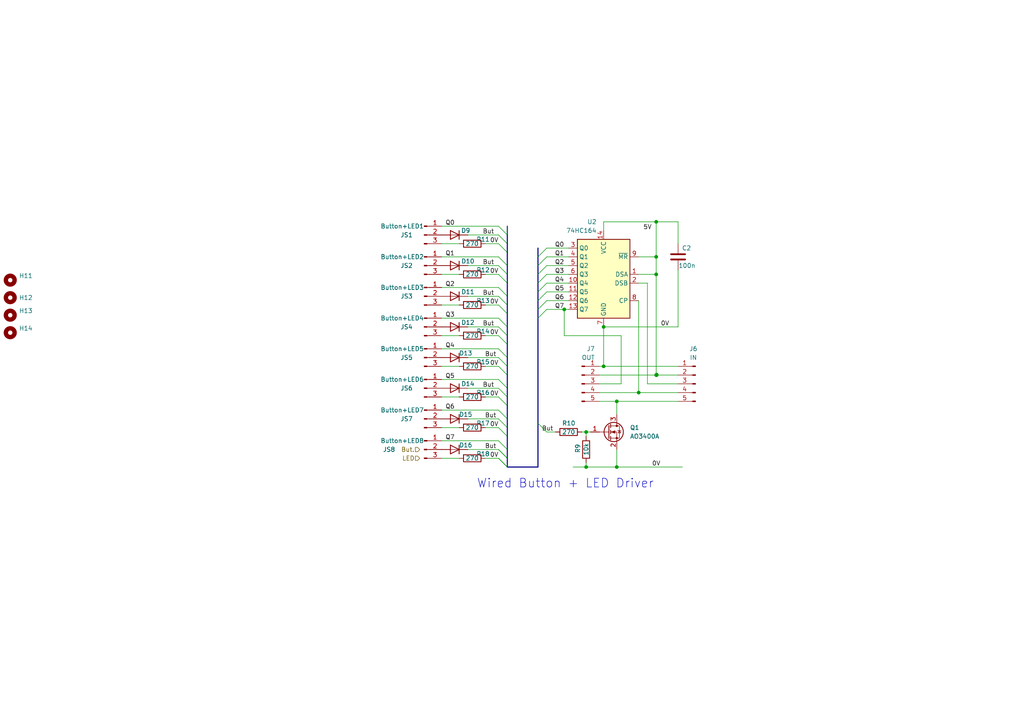
<source format=kicad_sch>
(kicad_sch (version 20211123) (generator eeschema)
  (paper "A4")
  (lib_symbols
    (symbol "74xx:74HC164"
      (property "Reference" "U" (at 1.905 -13.97 0))
      (property "Value" "74HC164" (at 1.905 -16.51 0))
      (symbol "74HC164_0_1"
        (rectangle (start 7.62 10.16) (end -7.62 -12.7) (stroke (width 0.254)) (fill (type background)))
      )
      (symbol "74HC164_1_1"
        (pin input line (at -10.16 0 0) (length 2.54) (name "DSA") (number "1"))
        (pin output line (at 10.16 -2.54 180) (length 2.54) (name "Q4") (number "10"))
        (pin output line (at 10.16 -5.08 180) (length 2.54) (name "Q5") (number "11"))
        (pin output line (at 10.16 -7.62 180) (length 2.54) (name "Q6") (number "12"))
        (pin output line (at 10.16 -10.16 180) (length 2.54) (name "Q7") (number "13"))
        (pin power_in line (at 0 12.7 270) (length 2.54) (name "VCC") (number "14"))
        (pin input line (at -10.16 -2.54 0) (length 2.54) (name "DSB") (number "2"))
        (pin output line (at 10.16 7.62 180) (length 2.54) (name "Q0") (number "3"))
        (pin output line (at 10.16 5.08 180) (length 2.54) (name "Q1") (number "4"))
        (pin output line (at 10.16 2.54 180) (length 2.54) (name "Q2") (number "5"))
        (pin output line (at 10.16 0 180) (length 2.54) (name "Q3") (number "6"))
        (pin power_in line (at 0 -15.24 90) (length 2.54) (name "GND") (number "7"))
        (pin input line (at -10.16 -7.62 0) (length 2.54) (name "CP") (number "8"))
        (pin input line (at -10.16 5.08 0) (length 2.54) (name "~{MR}") (number "9"))
      )
    )
    (symbol "Connector:Conn_01x03_Male" (pin_names (offset 1.016) hide)
      (property "Reference" "J" (at 0 5.08 0))
      (property "Value" "Conn_01x03_Male" (at 0 -5.08 0))
      (symbol "Conn_01x03_Male_1_1"
        (polyline (pts (xy 1.27 -2.54) (xy 0.8636 -2.54)) (stroke (width 0.1524)))
        (polyline (pts (xy 1.27 0) (xy 0.8636 0)) (stroke (width 0.1524)))
        (polyline (pts (xy 1.27 2.54) (xy 0.8636 2.54)) (stroke (width 0.1524)))
        (rectangle (start 0.8636 -2.413) (end 0 -2.667) (stroke (width 0.1524)) (fill (type outline)))
        (rectangle (start 0.8636 0.127) (end 0 -0.127) (stroke (width 0.1524)) (fill (type outline)))
        (rectangle (start 0.8636 2.667) (end 0 2.413) (stroke (width 0.1524)) (fill (type outline)))
        (pin passive line (at 5.08 2.54 180) (length 3.81) (name "Pin_1") (number "1"))
        (pin passive line (at 5.08 0 180) (length 3.81) (name "Pin_2") (number "2"))
        (pin passive line (at 5.08 -2.54 180) (length 3.81) (name "Pin_3") (number "3"))
      )
    )
    (symbol "Connector:Conn_01x05_Male" (pin_names (offset 1.016) hide)
      (property "Reference" "J" (at 0 7.62 0))
      (property "Value" "Conn_01x05_Male" (at 0 -7.62 0))
      (symbol "Conn_01x05_Male_1_1"
        (polyline (pts (xy 1.27 -5.08) (xy 0.8636 -5.08)) (stroke (width 0.1524)))
        (polyline (pts (xy 1.27 -2.54) (xy 0.8636 -2.54)) (stroke (width 0.1524)))
        (polyline (pts (xy 1.27 0) (xy 0.8636 0)) (stroke (width 0.1524)))
        (polyline (pts (xy 1.27 2.54) (xy 0.8636 2.54)) (stroke (width 0.1524)))
        (polyline (pts (xy 1.27 5.08) (xy 0.8636 5.08)) (stroke (width 0.1524)))
        (rectangle (start 0.8636 -4.953) (end 0 -5.207) (stroke (width 0.1524)) (fill (type outline)))
        (rectangle (start 0.8636 -2.413) (end 0 -2.667) (stroke (width 0.1524)) (fill (type outline)))
        (rectangle (start 0.8636 0.127) (end 0 -0.127) (stroke (width 0.1524)) (fill (type outline)))
        (rectangle (start 0.8636 2.667) (end 0 2.413) (stroke (width 0.1524)) (fill (type outline)))
        (rectangle (start 0.8636 5.207) (end 0 4.953) (stroke (width 0.1524)) (fill (type outline)))
        (pin passive line (at 5.08 5.08 180) (length 3.81) (name "Pin_1") (number "1"))
        (pin passive line (at 5.08 2.54 180) (length 3.81) (name "Pin_2") (number "2"))
        (pin passive line (at 5.08 0 180) (length 3.81) (name "Pin_3") (number "3"))
        (pin passive line (at 5.08 -2.54 180) (length 3.81) (name "Pin_4") (number "4"))
        (pin passive line (at 5.08 -5.08 180) (length 3.81) (name "Pin_5") (number "5"))
      )
    )
    (symbol "Device:C" (pin_numbers hide) (pin_names (offset 0.254))
      (property "Reference" "C" (at 0.635 2.54 0))
      (property "Value" "C" (at 0.635 -2.54 0))
      (symbol "C_0_1"
        (polyline (pts (xy -2.032 -0.762) (xy 2.032 -0.762)) (stroke (width 0.508)))
        (polyline (pts (xy -2.032 0.762) (xy 2.032 0.762)) (stroke (width 0.508)))
      )
      (symbol "C_1_1"
        (pin passive line (at 0 3.81 270) (length 2.794) (name "~") (number "1"))
        (pin passive line (at 0 -3.81 90) (length 2.794) (name "~") (number "2"))
      )
    )
    (symbol "Device:D" (pin_numbers hide) (pin_names (offset 1.016) hide)
      (property "Reference" "D" (at 0 2.54 0))
      (property "Value" "D" (at 0 -2.54 0))
      (symbol "D_0_1"
        (polyline (pts (xy -1.27 1.27) (xy -1.27 -1.27)) (stroke (width 0.254)))
        (polyline (pts (xy 1.27 0) (xy -1.27 0)))
        (polyline (pts (xy 1.27 1.27) (xy 1.27 -1.27) (xy -1.27 0) (xy 1.27 1.27)) (stroke (width 0.254)))
      )
      (symbol "D_1_1"
        (pin passive line (at -3.81 0 0) (length 2.54) (name "K") (number "1"))
        (pin passive line (at 3.81 0 180) (length 2.54) (name "A") (number "2"))
      )
    )
    (symbol "Device:R" (pin_numbers hide) (pin_names (offset 0))
      (property "Reference" "R" (at 2.032 0 90))
      (property "Value" "R" (at 0 0 90))
      (symbol "R_0_1"
        (rectangle (start -1.016 -2.54) (end 1.016 2.54) (stroke (width 0.254)))
      )
      (symbol "R_1_1"
        (pin passive line (at 0 3.81 270) (length 1.27) (name "~") (number "1"))
        (pin passive line (at 0 -3.81 90) (length 1.27) (name "~") (number "2"))
      )
    )
    (symbol "Mechanical:MountingHole" (pin_names (offset 1.016))
      (property "Reference" "H" (at 0 5.08 0))
      (property "Value" "MountingHole" (at 0 3.175 0))
      (symbol "MountingHole_0_1"
        (circle (center 0 0) (radius 1.27) (stroke (width 1.27)))
      )
    )
    (symbol "Transistor_FET:AO3400A" (pin_names hide)
      (property "Reference" "Q" (at 5.08 1.905 0))
      (property "Value" "AO3400A" (at 5.08 0 0))
      (symbol "AO3400A_0_1"
        (polyline (pts (xy 0.254 0) (xy -2.54 0)))
        (polyline (pts (xy 0.254 1.905) (xy 0.254 -1.905)) (stroke (width 0.254)))
        (polyline (pts (xy 0.762 -1.27) (xy 0.762 -2.286)) (stroke (width 0.254)))
        (polyline (pts (xy 0.762 0.508) (xy 0.762 -0.508)) (stroke (width 0.254)))
        (polyline (pts (xy 0.762 2.286) (xy 0.762 1.27)) (stroke (width 0.254)))
        (polyline (pts (xy 2.54 2.54) (xy 2.54 1.778)))
        (polyline (pts (xy 2.54 -2.54) (xy 2.54 0) (xy 0.762 0)))
        (polyline (pts (xy 0.762 -1.778) (xy 3.302 -1.778) (xy 3.302 1.778) (xy 0.762 1.778)))
        (polyline (pts (xy 1.016 0) (xy 2.032 0.381) (xy 2.032 -0.381) (xy 1.016 0)) (fill (type outline)))
        (polyline (pts (xy 2.794 0.508) (xy 2.921 0.381) (xy 3.683 0.381) (xy 3.81 0.254)))
        (polyline (pts (xy 3.302 0.381) (xy 2.921 -0.254) (xy 3.683 -0.254) (xy 3.302 0.381)))
        (circle (center 1.651 0) (radius 2.794) (stroke (width 0.254)))
        (circle (center 2.54 -1.778) (radius 0.254) (fill (type outline)))
        (circle (center 2.54 1.778) (radius 0.254) (fill (type outline)))
      )
      (symbol "AO3400A_1_1"
        (pin input line (at -5.08 0 0) (length 2.54) (name "G") (number "1"))
        (pin passive line (at 2.54 -5.08 90) (length 2.54) (name "S") (number "2"))
        (pin passive line (at 2.54 5.08 270) (length 2.54) (name "D") (number "3"))
      )
    )
  )
  (junction (at 190.3222 79.5782))
  (junction (at 178.8922 116.4082))
  (junction (at 163.6522 89.7382))
  (junction (at 175.0822 94.8182))
  (junction (at 190.3222 108.7882))
  (junction (at 178.8922 135.4582))
  (junction (at 190.4492 108.7882))
  (junction (at 190.3222 74.4982))
  (junction (at 190.3222 64.3382))
  (junction (at 170.0022 135.4582))
  (junction (at 190.4492 108.6612))
  (junction (at 170.0022 125.2982))
  (junction (at 185.2422 113.8682))
  (junction (at 175.0822 106.2482))
  (bus_entry (at 147.1422 97.3582) (size -2.54 -2.54))
  (bus_entry (at 147.1422 135.4582) (size -2.54 -2.54))
  (bus_entry (at 147.1422 73.2282) (size -2.54 -2.54))
  (bus_entry (at 147.1422 112.5982) (size -2.54 -2.54))
  (bus_entry (at 158.5722 71.9582) (size -2.54 2.54))
  (bus_entry (at 147.1422 115.1382) (size -2.54 -2.54))
  (bus_entry (at 158.5722 79.5782) (size -2.54 2.54))
  (bus_entry (at 147.1422 106.2482) (size -2.54 -2.54))
  (bus_entry (at 147.1422 79.5782) (size -2.54 -2.54))
  (bus_entry (at 147.1422 103.7082) (size -2.54 -2.54))
  (bus_entry (at 147.1422 85.9282) (size -2.54 -2.54))
  (bus_entry (at 147.1422 130.3782) (size -2.54 -2.54))
  (bus_entry (at 158.5722 77.0382) (size -2.54 2.54))
  (bus_entry (at 147.1422 94.8182) (size -2.54 -2.54))
  (bus_entry (at 147.1422 124.0282) (size -2.54 -2.54))
  (bus_entry (at 147.1422 88.4682) (size -2.54 -2.54))
  (bus_entry (at 158.5722 87.1982) (size -2.54 2.54))
  (bus_entry (at 158.5722 125.2982) (size -2.54 -2.54))
  (bus_entry (at 158.5722 84.6582) (size -2.54 2.54))
  (bus_entry (at 147.1422 117.6782) (size -2.54 -2.54))
  (bus_entry (at 147.1422 77.0382) (size -2.54 -2.54))
  (bus_entry (at 158.5722 82.1182) (size -2.54 2.54))
  (bus_entry (at 147.1422 121.4882) (size -2.54 -2.54))
  (bus_entry (at 147.1422 68.1482) (size -2.54 -2.54))
  (bus_entry (at 158.5722 89.7382) (size -2.54 2.54))
  (bus_entry (at 147.1422 132.9182) (size -2.54 -2.54))
  (bus_entry (at 147.1422 70.6882) (size -2.54 -2.54))
  (bus_entry (at 147.1422 135.4582) (size -2.54 -2.54))
  (bus_entry (at 158.5722 74.4982) (size -2.54 2.54))
  (bus_entry (at 147.1422 99.8982) (size -2.54 -2.54))
  (bus_entry (at 147.1422 132.9182) (size -2.54 -2.54))
  (bus_entry (at 147.1422 126.5682) (size -2.54 -2.54))
  (bus_entry (at 147.1422 91.0082) (size -2.54 -2.54))
  (bus_entry (at 147.1422 108.7882) (size -2.54 -2.54))
  (bus_entry (at 147.1422 82.1182) (size -2.54 -2.54))
  (bus (pts (xy 147.1422 135.4582) (xy 156.0322 135.4582)))
  (wire (pts (xy 133.1722 97.3582) (xy 128.0922 97.3582)))
  (wire (pts (xy 171.2722 125.2982) (xy 170.0022 125.2982)))
  (bus (pts (xy 147.1422 121.4882) (xy 147.1422 124.0282)))
  (wire (pts (xy 187.7822 111.3282) (xy 196.6722 111.3282)))
  (wire (pts (xy 133.1722 88.4682) (xy 128.0922 88.4682)))
  (wire (pts (xy 187.7822 82.1182) (xy 187.7822 111.3282)))
  (wire (pts (xy 190.3222 108.7882) (xy 173.8122 108.7882)))
  (wire (pts (xy 163.6522 97.3582) (xy 180.1622 97.3582)))
  (wire (pts (xy 170.0022 125.2982) (xy 168.7322 125.2982)))
  (bus (pts (xy 147.1422 68.1482) (xy 147.1422 70.6882)))
  (wire (pts (xy 144.6022 103.7082) (xy 135.7122 103.7082)))
  (wire (pts (xy 178.8922 116.4082) (xy 173.8122 116.4082)))
  (wire (pts (xy 144.6022 92.2782) (xy 128.0922 92.2782)))
  (bus (pts (xy 147.1422 132.9182) (xy 147.1422 135.4582)))
  (bus (pts (xy 147.1422 97.3582) (xy 147.1422 99.8982)))
  (bus (pts (xy 147.1422 85.9282) (xy 147.1422 88.4682)))
  (wire (pts (xy 161.1122 125.2982) (xy 158.5722 125.2982)))
  (wire (pts (xy 144.6022 85.9282) (xy 135.7122 85.9282)))
  (wire (pts (xy 144.6022 70.6882) (xy 140.7922 70.6882)))
  (bus (pts (xy 156.0322 122.7582) (xy 156.0322 92.2782)))
  (bus (pts (xy 147.1422 112.5982) (xy 147.1422 115.1382)))
  (wire (pts (xy 133.1722 79.5782) (xy 128.0922 79.5782)))
  (wire (pts (xy 144.6022 97.3582) (xy 140.7922 97.3582)))
  (wire (pts (xy 144.6022 106.2482) (xy 140.7922 106.2482)))
  (wire (pts (xy 190.4492 108.7882) (xy 190.3222 108.7882)))
  (wire (pts (xy 190.3222 74.4982) (xy 185.2422 74.4982)))
  (wire (pts (xy 190.3222 64.3382) (xy 175.0822 64.3382)))
  (wire (pts (xy 175.0822 106.2482) (xy 173.8122 106.2482)))
  (wire (pts (xy 133.1722 70.6882) (xy 128.0922 70.6882)))
  (bus (pts (xy 147.1422 124.0282) (xy 147.1422 126.5682)))
  (wire (pts (xy 196.6722 64.3382) (xy 190.3222 64.3382)))
  (wire (pts (xy 196.6722 94.8182) (xy 196.6722 78.3082)))
  (wire (pts (xy 133.1722 115.1382) (xy 128.0922 115.1382)))
  (wire (pts (xy 147.1422 65.6082) (xy 147.1422 68.1482)))
  (wire (pts (xy 196.6722 106.2482) (xy 175.0822 106.2482)))
  (bus (pts (xy 147.1422 79.5782) (xy 147.1422 82.1182)))
  (wire (pts (xy 180.1622 111.3282) (xy 173.8122 111.3282)))
  (wire (pts (xy 190.3222 74.4982) (xy 190.3222 64.3382)))
  (bus (pts (xy 147.1422 82.1182) (xy 147.1422 85.9282)))
  (wire (pts (xy 187.7822 82.1182) (xy 185.2422 82.1182)))
  (wire (pts (xy 133.1722 132.9182) (xy 128.0922 132.9182)))
  (bus (pts (xy 156.0322 87.1982) (xy 156.0322 89.7382)))
  (wire (pts (xy 144.6022 101.1682) (xy 128.0922 101.1682)))
  (wire (pts (xy 144.6022 127.8382) (xy 128.0922 127.8382)))
  (bus (pts (xy 147.1422 130.3782) (xy 147.1422 132.9182)))
  (bus (pts (xy 147.1422 65.6082) (xy 147.1422 68.1482)))
  (wire (pts (xy 144.6022 130.3782) (xy 135.7122 130.3782)))
  (wire (pts (xy 185.2422 113.8682) (xy 173.8122 113.8682)))
  (bus (pts (xy 156.0322 79.5782) (xy 156.0322 82.1182)))
  (wire (pts (xy 144.6022 68.1482) (xy 135.7122 68.1482)))
  (bus (pts (xy 147.1422 88.4682) (xy 147.1422 91.0082)))
  (wire (pts (xy 170.0022 125.2982) (xy 170.0022 126.5682)))
  (wire (pts (xy 144.6022 94.8182) (xy 135.7122 94.8182)))
  (wire (pts (xy 144.6022 79.5782) (xy 140.7922 79.5782)))
  (wire (pts (xy 144.6022 124.0282) (xy 140.7922 124.0282)))
  (bus (pts (xy 147.1422 99.8982) (xy 147.1422 103.7082)))
  (wire (pts (xy 144.6022 83.3882) (xy 128.0922 83.3882)))
  (bus (pts (xy 156.0322 84.6582) (xy 156.0322 87.1982)))
  (wire (pts (xy 175.0822 94.8182) (xy 175.0822 106.2482)))
  (wire (pts (xy 190.3222 79.5782) (xy 190.3222 74.4982)))
  (wire (pts (xy 144.6022 65.6082) (xy 128.0922 65.6082)))
  (wire (pts (xy 164.9222 89.7382) (xy 163.6522 89.7382)))
  (wire (pts (xy 178.8922 130.3782) (xy 178.8922 135.4582)))
  (wire (pts (xy 144.6022 110.0582) (xy 128.0922 110.0582)))
  (bus (pts (xy 147.1422 94.8182) (xy 147.1422 97.3582)))
  (bus (pts (xy 147.1422 91.0082) (xy 147.1422 94.8182)))
  (bus (pts (xy 147.1422 103.7082) (xy 147.1422 106.2482)))
  (wire (pts (xy 196.6722 116.4082) (xy 178.8922 116.4082)))
  (wire (pts (xy 175.0822 66.8782) (xy 175.0822 64.3382)))
  (bus (pts (xy 147.1422 108.7882) (xy 147.1422 112.5982)))
  (wire (pts (xy 178.8922 135.4582) (xy 170.0022 135.4582)))
  (bus (pts (xy 156.0322 71.9582) (xy 156.0322 74.4982)))
  (wire (pts (xy 190.3222 79.5782) (xy 190.3222 108.7882)))
  (bus (pts (xy 147.1422 73.2282) (xy 147.1422 77.0382)))
  (wire (pts (xy 144.6022 121.4882) (xy 135.7122 121.4882)))
  (wire (pts (xy 144.6022 112.5982) (xy 135.7122 112.5982)))
  (bus (pts (xy 156.0322 89.7382) (xy 156.0322 92.2782)))
  (wire (pts (xy 144.6022 118.9482) (xy 128.0922 118.9482)))
  (wire (pts (xy 196.6722 70.6882) (xy 196.6722 64.3382)))
  (wire (pts (xy 178.8922 120.2182) (xy 178.8922 116.4082)))
  (wire (pts (xy 185.2422 87.1982) (xy 185.2422 113.8682)))
  (wire (pts (xy 196.6722 108.7882) (xy 190.4492 108.7882)))
  (wire (pts (xy 163.6522 89.7382) (xy 163.6522 97.3582)))
  (wire (pts (xy 144.6022 115.1382) (xy 140.7922 115.1382)))
  (wire (pts (xy 197.9422 135.4582) (xy 178.8922 135.4582)))
  (wire (pts (xy 164.9222 84.6582) (xy 158.5722 84.6582)))
  (wire (pts (xy 164.9222 77.0382) (xy 158.5722 77.0382)))
  (wire (pts (xy 133.1722 106.2482) (xy 128.0922 106.2482)))
  (bus (pts (xy 147.1422 70.6882) (xy 147.1422 73.2282)))
  (bus (pts (xy 147.1422 117.6782) (xy 147.1422 121.4882)))
  (wire (pts (xy 180.1622 97.3582) (xy 180.1622 111.3282)))
  (bus (pts (xy 147.1422 115.1382) (xy 147.1422 117.6782)))
  (wire (pts (xy 144.6022 88.4682) (xy 140.7922 88.4682)))
  (bus (pts (xy 147.1422 106.2482) (xy 147.1422 108.7882)))
  (wire (pts (xy 144.6022 132.9182) (xy 140.7922 132.9182)))
  (wire (pts (xy 190.4492 108.7882) (xy 190.4492 108.6612)))
  (bus (pts (xy 156.0322 122.7582) (xy 156.0322 135.4582)))
  (bus (pts (xy 156.0322 77.0382) (xy 156.0322 79.5782)))
  (wire (pts (xy 164.9222 74.4982) (xy 158.5722 74.4982)))
  (wire (pts (xy 164.9222 71.9582) (xy 158.5722 71.9582)))
  (wire (pts (xy 133.1722 124.0282) (xy 128.0922 124.0282)))
  (wire (pts (xy 175.0822 94.8182) (xy 196.6722 94.8182)))
  (wire (pts (xy 164.9222 87.1982) (xy 158.5722 87.1982)))
  (wire (pts (xy 190.3222 79.5782) (xy 185.2422 79.5782)))
  (bus (pts (xy 156.0322 74.4982) (xy 156.0322 77.0382)))
  (bus (pts (xy 147.1422 77.0382) (xy 147.1422 79.5782)))
  (wire (pts (xy 170.0022 134.1882) (xy 170.0022 135.4582)))
  (bus (pts (xy 147.1422 126.5682) (xy 147.1422 130.3782)))
  (wire (pts (xy 164.9222 82.1182) (xy 158.5722 82.1182)))
  (wire (pts (xy 163.6522 89.7382) (xy 158.5722 89.7382)))
  (wire (pts (xy 170.0022 135.4582) (xy 166.1922 135.4582)))
  (wire (pts (xy 144.6022 77.0382) (xy 135.7122 77.0382)))
  (wire (pts (xy 144.6022 74.4982) (xy 128.0922 74.4982)))
  (wire (pts (xy 164.9222 79.5782) (xy 158.5722 79.5782)))
  (bus (pts (xy 156.0322 82.1182) (xy 156.0322 84.6582)))
  (wire (pts (xy 196.6722 113.8682) (xy 185.2422 113.8682)))
  (text "Wired Button + LED Driver" (at 138.2522 141.8082 0) (effects (font (size 2.54 2.54)) (justify left bottom)))
  (label "Q2" (at 131.9022 83.3882 180))
  (label "But" (at 143.9672 103.7082 180))
  (label "But" (at 143.9672 130.3782 180))
  (label "Q5" (at 163.6522 84.6582 180))
  (label "0V" (at 144.6022 79.5782 180))
  (label "0V" (at 144.6022 106.2482 180))
  (label "0V" (at 144.6022 70.6882 180))
  (label "Q1" (at 163.6522 74.4982 180))
  (label "0V" (at 194.1322 94.8182 180))
  (label "But" (at 143.3322 94.8182 180))
  (label "But" (at 143.3322 77.0382 180))
  (label "0V" (at 144.6022 132.9182 180))
  (label "But" (at 160.4772 125.2982 180))
  (label "Q1" (at 131.9022 74.4982 180))
  (label "But" (at 143.3322 68.1482 180))
  (label "0V" (at 191.5922 135.4582 180))
  (label "0V" (at 144.6022 124.0282 180))
  (label "0V" (at 144.6022 97.3582 180))
  (label "Q7" (at 163.6522 89.7382 180))
  (label "But" (at 143.9672 121.4882 180))
  (label "Q6" (at 131.9022 118.9482 180))
  (label "Q5" (at 131.9022 110.0582 180))
  (label "Q7" (at 131.9022 127.8382 180))
  (label "But" (at 143.3322 112.5982 180))
  (label "Q2" (at 163.6522 77.0382 180))
  (label "Q3" (at 131.9022 92.2782 180))
  (label "Q6" (at 163.6522 87.1982 180))
  (label "But" (at 143.3322 85.9282 180))
  (label "Q3" (at 163.6522 79.5782 180))
  (label "Q0" (at 131.9022 65.6082 180))
  (label "5V" (at 189.0522 66.8782 180))
  (label "Q0" (at 163.6522 71.9582 180))
  (label "Q4" (at 131.9022 101.1682 180))
  (label "Q4" (at 163.6522 82.1182 180))
  (label "0V" (at 144.6022 88.4682 180))
  (label "0V" (at 144.6022 115.1382 180))
  (hierarchical_label "LED" (shape input) (at 121.7422 132.9182 180))
  (hierarchical_label "But." (shape input) (at 121.7422 130.3782 180))
  (symbol (lib_id "Connector:Conn_01x03_Male") (at 123.0122 130.3782 0) (unit 1)
    (property "Reference" "JS8" (at 112.8522 130.3782 0))
    (property "Value" "Button+LED8" (at 116.6622 127.8382 0))
    (property "Footprint" "Connector_PinHeader_2.54mm:PinHeader_1x03_P2.54mm_Vertical" (effects hide))
  )
  (symbol (lib_id "Device:D") (at 131.9022 103.7082 0) (mirror y) (unit 1)
    (property "Reference" "D13" (at 135.0772 102.4382 0))
    (property "Value" "1N4148" (effects hide))
    (property "Footprint" "Diode_SMD:D_SOD-123" (effects hide))
  )
  (symbol (lib_id "Connector:Conn_01x03_Male") (at 123.0122 77.0382 0) (unit 1)
    (property "Reference" "JS2" (at 117.9322 77.0382 0))
    (property "Value" "Button+LED2" (at 116.6622 74.4982 0))
    (property "Footprint" "Connector_PinHeader_2.54mm:PinHeader_1x03_P2.54mm_Vertical" (effects hide))
  )
  (symbol (lib_id "Device:R") (at 164.9222 125.2982 270) (mirror x) (unit 1)
    (property "Reference" "R10" (at 163.0172 122.7582 90) (effects (justify left)))
    (property "Value" "270" (at 163.0172 125.2982 90) (effects (justify left)))
    (property "Footprint" "Resistor_SMD:R_0805_2012Metric_Pad1.20x1.40mm_HandSolder" (effects hide))
  )
  (symbol (lib_id "Device:R") (at 136.9822 79.5782 90) (mirror x) (unit 1)
    (property "Reference" "R12" (at 142.0622 78.3082 90) (effects (justify left)))
    (property "Value" "270" (at 138.8872 79.5782 90) (effects (justify left)))
    (property "Footprint" "Resistor_SMD:R_0805_2012Metric_Pad1.20x1.40mm_HandSolder" (effects hide))
  )
  (symbol (lib_id "Connector:Conn_01x03_Male") (at 123.0122 94.8182 0) (unit 1)
    (property "Reference" "JS4" (at 117.9322 94.8182 0))
    (property "Value" "Button+LED4" (at 116.6622 92.2782 0))
    (property "Footprint" "Connector_PinHeader_2.54mm:PinHeader_1x03_P2.54mm_Vertical" (effects hide))
  )
  (symbol (lib_id "Device:R") (at 136.9822 115.1382 90) (mirror x) (unit 1)
    (property "Reference" "R16" (at 142.0622 113.8682 90) (effects (justify left)))
    (property "Value" "270" (at 138.8872 115.1382 90) (effects (justify left)))
    (property "Footprint" "Resistor_SMD:R_0805_2012Metric_Pad1.20x1.40mm_HandSolder" (effects hide))
  )
  (symbol (lib_id "Device:D") (at 131.9022 68.1482 0) (mirror y) (unit 1)
    (property "Reference" "D9" (at 135.0772 66.8782 0))
    (property "Value" "1N4148" (effects hide))
    (property "Footprint" "Diode_SMD:D_SOD-123" (effects hide))
  )
  (symbol (lib_id "Mechanical:MountingHole") (at 2.9718 86.3346 0) (unit 1)
    (property "Reference" "H12" (at 5.5118 86.3345 0) (effects (justify left)))
    (property "Value" "MountingHole" (effects hide))
    (property "Footprint" "MountingHole:MountingHole_3.2mm_M3" (effects hide))
  )
  (symbol (lib_id "Mechanical:MountingHole") (at 2.9718 81.2546 0) (unit 1)
    (property "Reference" "H11" (at 5.5118 79.9845 0) (effects (justify left)))
    (property "Value" "MountingHole" (effects hide))
    (property "Footprint" "MountingHole:MountingHole_3.2mm_M3" (effects hide))
  )
  (symbol (lib_id "Transistor_FET:AO3400A") (at 176.3522 125.2982 0) (unit 1)
    (property "Reference" "Q1" (at 182.7022 124.0281 0) (effects (justify left)))
    (property "Value" "AO3400A" (at 182.7022 126.5681 0) (effects (justify left)))
    (property "Footprint" "Package_TO_SOT_SMD:SOT-23" (effects hide))
    (property "Datasheet" "http://www.aosmd.com/pdfs/datasheet/AO3400A.pdf" (effects hide))
  )
  (symbol (lib_id "Connector:Conn_01x03_Male") (at 123.0122 112.5982 0) (unit 1)
    (property "Reference" "JS6" (at 117.9322 112.5982 0))
    (property "Value" "Button+LED6" (at 116.6622 110.0582 0))
    (property "Footprint" "Connector_PinHeader_2.54mm:PinHeader_1x03_P2.54mm_Vertical" (effects hide))
  )
  (symbol (lib_id "Device:R") (at 136.9822 132.9182 90) (mirror x) (unit 1)
    (property "Reference" "R18" (at 142.0622 131.6482 90) (effects (justify left)))
    (property "Value" "270" (at 138.8872 132.9182 90) (effects (justify left)))
    (property "Footprint" "Resistor_SMD:R_0805_2012Metric_Pad1.20x1.40mm_HandSolder" (effects hide))
  )
  (symbol (lib_id "Connector:Conn_01x05_Male") (at 168.7322 111.3282 0) (unit 1)
    (property "Reference" "J7" (at 172.5422 101.1682 0) (effects (justify right)))
    (property "Value" "OUT" (at 172.5422 103.7082 0) (effects (justify right)))
    (property "Footprint" "Connector_PinHeader_2.54mm:PinHeader_1x05_P2.54mm_Vertical" (effects hide))
  )
  (symbol (lib_id "Connector:Conn_01x03_Male") (at 123.0122 68.1482 0) (unit 1)
    (property "Reference" "JS1" (at 117.9322 68.1482 0))
    (property "Value" "Button+LED1" (at 116.6622 65.6082 0))
    (property "Footprint" "Connector_PinHeader_2.54mm:PinHeader_1x03_P2.54mm_Vertical" (effects hide))
  )
  (symbol (lib_id "Connector:Conn_01x03_Male") (at 123.0122 103.7082 0) (unit 1)
    (property "Reference" "JS5" (at 117.9322 103.7082 0))
    (property "Value" "Button+LED5" (at 116.6622 101.1682 0))
    (property "Footprint" "Connector_PinHeader_2.54mm:PinHeader_1x03_P2.54mm_Vertical" (effects hide))
  )
  (symbol (lib_id "Device:D") (at 131.9022 94.8182 0) (mirror y) (unit 1)
    (property "Reference" "D12" (at 135.7122 93.5482 0))
    (property "Value" "1N4148" (effects hide))
    (property "Footprint" "Diode_SMD:D_SOD-123" (effects hide))
  )
  (symbol (lib_id "Device:D") (at 131.9022 112.5982 0) (mirror y) (unit 1)
    (property "Reference" "D14" (at 135.7122 111.3282 0))
    (property "Value" "1N4148" (effects hide))
    (property "Footprint" "Diode_SMD:D_SOD-123" (effects hide))
  )
  (symbol (lib_id "Device:C") (at 196.6722 74.4982 0) (mirror y) (unit 1)
    (property "Reference" "C2" (at 200.4822 71.9582 0) (effects (justify left)))
    (property "Value" "100n" (at 201.7522 77.0382 0) (effects (justify left)))
    (property "Footprint" "Capacitor_SMD:C_0805_2012Metric_Pad1.18x1.45mm_HandSolder" (effects hide))
  )
  (symbol (lib_id "Connector:Conn_01x03_Male") (at 123.0122 121.4882 0) (unit 1)
    (property "Reference" "JS7" (at 117.9322 121.4882 0))
    (property "Value" "Button+LED7" (at 116.6622 118.9482 0))
    (property "Footprint" "Connector_PinHeader_2.54mm:PinHeader_1x03_P2.54mm_Vertical" (effects hide))
  )
  (symbol (lib_id "Device:D") (at 131.9022 77.0382 0) (mirror y) (unit 1)
    (property "Reference" "D10" (at 135.7122 75.7682 0))
    (property "Value" "1N4148" (effects hide))
    (property "Footprint" "Diode_SMD:D_SOD-123" (effects hide))
  )
  (symbol (lib_id "Mechanical:MountingHole") (at 2.9718 96.4946 0) (unit 1)
    (property "Reference" "H14" (at 5.5118 95.2245 0) (effects (justify left)))
    (property "Value" "MountingHole" (effects hide))
    (property "Footprint" "MountingHole:MountingHole_3.2mm_M3" (effects hide))
  )
  (symbol (lib_id "Connector:Conn_01x05_Male") (at 201.7522 111.3282 0) (mirror y) (unit 1)
    (property "Reference" "J6" (at 201.1172 101.1682 0))
    (property "Value" "IN" (at 201.1172 103.7082 0))
    (property "Footprint" "Connector_PinHeader_2.54mm:PinHeader_1x05_P2.54mm_Vertical" (effects hide))
  )
  (symbol (lib_id "Device:R") (at 136.9822 124.0282 90) (mirror x) (unit 1)
    (property "Reference" "R17" (at 142.0622 122.7582 90) (effects (justify left)))
    (property "Value" "270" (at 138.8872 124.0282 90) (effects (justify left)))
    (property "Footprint" "Resistor_SMD:R_0805_2012Metric_Pad1.20x1.40mm_HandSolder" (effects hide))
  )
  (symbol (lib_id "74xx:74HC164") (at 175.0822 79.5782 0) (mirror y) (unit 1)
    (property "Reference" "U2" (at 173.0628 64.3382 0) (effects (justify left)))
    (property "Value" "74HC164" (at 173.0628 66.8782 0) (effects (justify left)))
    (property "Footprint" "Package_DIP:DIP-14_W7.62mm_LongPads" (effects hide))
    (property "Datasheet" "https://assets.nexperia.com/documents/data-sheet/74HC_HCT164.pdf" (effects hide))
  )
  (symbol (lib_id "Device:D") (at 131.9022 130.3782 0) (mirror y) (unit 1)
    (property "Reference" "D16" (at 135.0772 129.1082 0))
    (property "Value" "1N4148" (effects hide))
    (property "Footprint" "Diode_SMD:D_SOD-123" (effects hide))
  )
  (symbol (lib_id "Device:D") (at 131.9022 121.4882 0) (mirror y) (unit 1)
    (property "Reference" "D15" (at 135.0772 120.2182 0))
    (property "Value" "1N4148" (effects hide))
    (property "Footprint" "Diode_SMD:D_SOD-123" (effects hide))
  )
  (symbol (lib_id "Device:R") (at 136.9822 70.6882 90) (mirror x) (unit 1)
    (property "Reference" "R11" (at 142.0622 69.4182 90) (effects (justify left)))
    (property "Value" "270" (at 138.8872 70.6882 90) (effects (justify left)))
    (property "Footprint" "Resistor_SMD:R_0805_2012Metric_Pad1.20x1.40mm_HandSolder" (effects hide))
  )
  (symbol (lib_id "Mechanical:MountingHole") (at 2.9718 91.4146 0) (unit 1)
    (property "Reference" "H13" (at 5.5118 90.1445 0) (effects (justify left)))
    (property "Value" "MountingHole" (effects hide))
    (property "Footprint" "MountingHole:MountingHole_3.2mm_M3" (effects hide))
  )
  (symbol (lib_id "Device:D") (at 131.9022 85.9282 0) (mirror y) (unit 1)
    (property "Reference" "D11" (at 135.7122 84.6582 0))
    (property "Value" "1N4148" (effects hide))
    (property "Footprint" "Diode_SMD:D_SOD-123" (effects hide))
  )
  (symbol (lib_id "Device:R") (at 136.9822 88.4682 90) (mirror x) (unit 1)
    (property "Reference" "R13" (at 142.0622 87.1982 90) (effects (justify left)))
    (property "Value" "270" (at 138.8872 88.4682 90) (effects (justify left)))
    (property "Footprint" "Resistor_SMD:R_0805_2012Metric_Pad1.20x1.40mm_HandSolder" (effects hide))
  )
  (symbol (lib_id "Connector:Conn_01x03_Male") (at 123.0122 85.9282 0) (unit 1)
    (property "Reference" "JS3" (at 117.9322 85.9282 0))
    (property "Value" "Button+LED3" (at 116.6622 83.3882 0))
    (property "Footprint" "Connector_PinHeader_2.54mm:PinHeader_1x03_P2.54mm_Vertical" (effects hide))
  )
  (symbol (lib_id "Device:R") (at 136.9822 106.2482 90) (mirror x) (unit 1)
    (property "Reference" "R15" (at 142.0622 104.9782 90) (effects (justify left)))
    (property "Value" "270" (at 138.8872 106.2482 90) (effects (justify left)))
    (property "Footprint" "Resistor_SMD:R_0805_2012Metric_Pad1.20x1.40mm_HandSolder" (effects hide))
  )
  (symbol (lib_id "Device:R") (at 170.0022 130.3782 0) (mirror x) (unit 1)
    (property "Reference" "R9" (at 167.5892 128.7272 90) (effects (justify left)))
    (property "Value" "10k" (at 170.0022 128.4732 90) (effects (justify left)))
    (property "Footprint" "Resistor_SMD:R_0805_2012Metric_Pad1.20x1.40mm_HandSolder" (effects hide))
  )
  (symbol (lib_id "Device:R") (at 136.9822 97.3582 90) (mirror x) (unit 1)
    (property "Reference" "R14" (at 142.0622 96.0882 90) (effects (justify left)))
    (property "Value" "270" (at 138.8872 97.3582 90) (effects (justify left)))
    (property "Footprint" "Resistor_SMD:R_0805_2012Metric_Pad1.20x1.40mm_HandSolder" (effects hide))
  )
)
</source>
